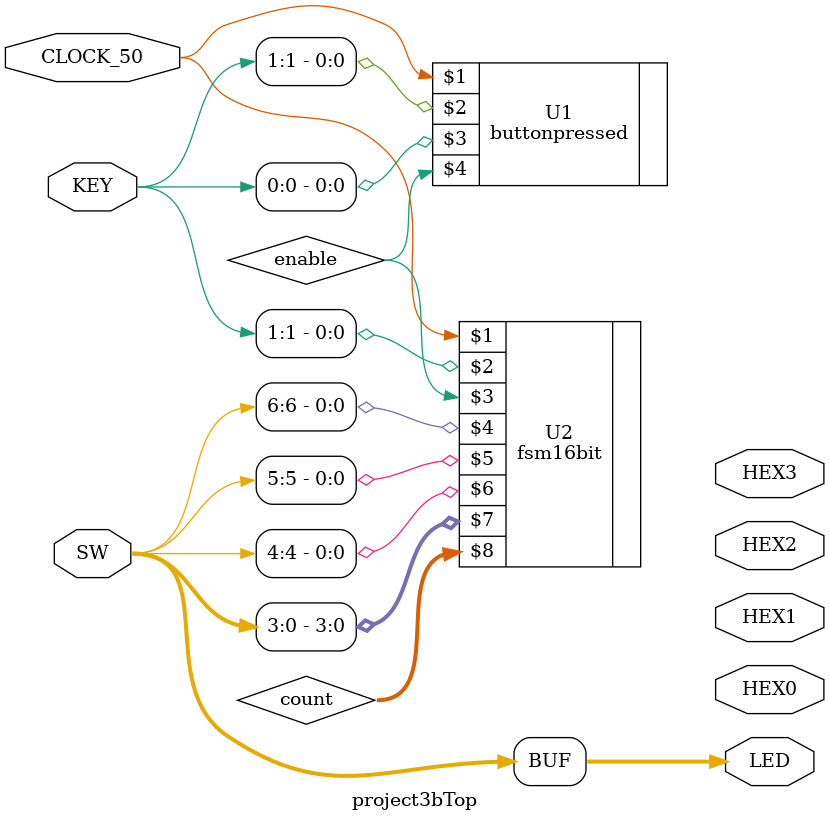
<source format=v>


module project3bTop(CLOCK_50, SW, KEY, HEX3, HEX2, HEX1, HEX0, LED);
   input         CLOCK_50; // 50 MHz FPGA Clock
   input   [6:0] SW;       // Switch SW[6] checks the Student ID Number.
                           // Switch SW[5] determines the mode.
                           // Switch SW[4] determines the direction.
                           // Switch SW[3:0] determines the count value.
   input   [1:0] KEY;      // KEY[1] is the system reset.
                           // KEY[0] provides the enable input
   output  [6:0] HEX3;		// These are the seven-segment display driver outputs.
	output  [6:0] HEX2; 
	output  [6:0] HEX1;
	output  [6:0] HEX0;
	output  [6:0] LED;		// Use the LEDs to view the switch values.

   wire          enable;   // The buttonpressed pulse_out drives the FSM enable input.
   wire   [15:0] count;    // The FSM output should drive the seven-segment display driver inputs.

// Display the switches on the corresponding LEDs.	
	
	assign LED = SW;
	
// The top-level module instantiates two sub-modules - the buttonpressed and fsm16bit modules.
// The buttonpressed module maps KEY[0] to a one clock-period long enable pulse.
// The fsm16bit module uses the enable pulse and the switch inputs to determine its next synchronous state.
	
	buttonpressed U1(CLOCK_50, KEY[1], KEY[0], enable);
   fsm16bit      U2(CLOCK_50, KEY[1], enable, SW[6], SW[5], SW[4], SW[3:0], count); 
   
// INSTANTIATE FOUR INSTANCES OF YOUR SEVEN SEGMENT DISPLAY DRIVER.
// EACH ONE SHOULD ACCEPT A FOUR-BIT VALUE THAT CORRESPONDS TO ONE HEX DIGIT OF THE OUTPUT VALUE.
// THE OUTPUTS OF THE DISPLAY DRIVERS SHOULD CORRESPOND TO A SET OF DRIVERS FOR THE SEVEN SEGMENT DISPLAYS.
   

   
endmodule

</source>
